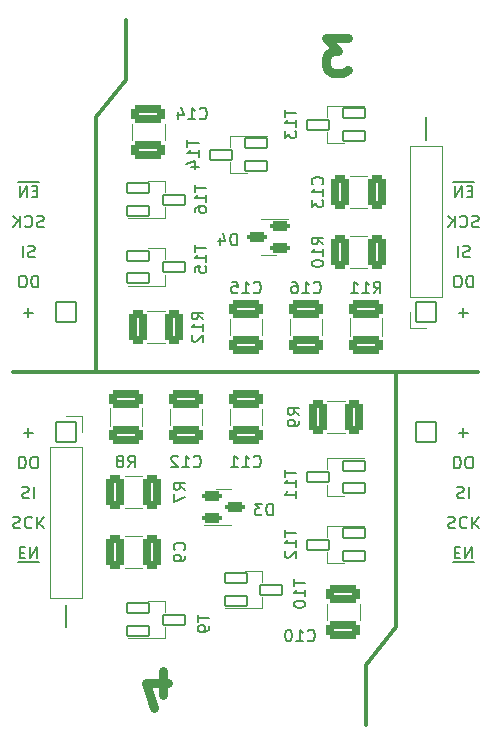
<source format=gbo>
G04 #@! TF.GenerationSoftware,KiCad,Pcbnew,7.0.3-24-g09febce4ce*
G04 #@! TF.CreationDate,2023-05-23T12:19:00+02:00*
G04 #@! TF.ProjectId,SPI2WS2812,53504932-5753-4323-9831-322e6b696361,rev?*
G04 #@! TF.SameCoordinates,Original*
G04 #@! TF.FileFunction,Legend,Bot*
G04 #@! TF.FilePolarity,Positive*
%FSLAX46Y46*%
G04 Gerber Fmt 4.6, Leading zero omitted, Abs format (unit mm)*
G04 Created by KiCad (PCBNEW 7.0.3-24-g09febce4ce) date 2023-05-23 12:19:00*
%MOMM*%
%LPD*%
G01*
G04 APERTURE LIST*
G04 Aperture macros list*
%AMRoundRect*
0 Rectangle with rounded corners*
0 $1 Rounding radius*
0 $2 $3 $4 $5 $6 $7 $8 $9 X,Y pos of 4 corners*
0 Add a 4 corners polygon primitive as box body*
4,1,4,$2,$3,$4,$5,$6,$7,$8,$9,$2,$3,0*
0 Add four circle primitives for the rounded corners*
1,1,$1+$1,$2,$3*
1,1,$1+$1,$4,$5*
1,1,$1+$1,$6,$7*
1,1,$1+$1,$8,$9*
0 Add four rect primitives between the rounded corners*
20,1,$1+$1,$2,$3,$4,$5,0*
20,1,$1+$1,$4,$5,$6,$7,0*
20,1,$1+$1,$6,$7,$8,$9,0*
20,1,$1+$1,$8,$9,$2,$3,0*%
G04 Aperture macros list end*
%ADD10C,0.300000*%
%ADD11C,0.150000*%
%ADD12C,0.750000*%
%ADD13C,0.120000*%
%ADD14RoundRect,0.100000X0.850000X0.850000X-0.850000X0.850000X-0.850000X-0.850000X0.850000X-0.850000X0*%
%ADD15O,1.900000X1.900000*%
%ADD16C,1.900000*%
%ADD17C,1.000000*%
%ADD18C,6.600000*%
%ADD19RoundRect,0.100000X-0.850000X-0.850000X0.850000X-0.850000X0.850000X0.850000X-0.850000X0.850000X0*%
%ADD20RoundRect,0.100000X-0.950000X-0.400000X0.950000X-0.400000X0.950000X0.400000X-0.950000X0.400000X0*%
%ADD21RoundRect,0.350000X-1.100000X0.412500X-1.100000X-0.412500X1.100000X-0.412500X1.100000X0.412500X0*%
%ADD22RoundRect,0.350000X-0.412500X-1.100000X0.412500X-1.100000X0.412500X1.100000X-0.412500X1.100000X0*%
%ADD23RoundRect,0.100000X0.950000X0.400000X-0.950000X0.400000X-0.950000X-0.400000X0.950000X-0.400000X0*%
%ADD24RoundRect,0.350000X1.100000X-0.412500X1.100000X0.412500X-1.100000X0.412500X-1.100000X-0.412500X0*%
%ADD25RoundRect,0.250000X-0.587500X-0.150000X0.587500X-0.150000X0.587500X0.150000X-0.587500X0.150000X0*%
%ADD26RoundRect,0.350000X-0.400000X-1.075000X0.400000X-1.075000X0.400000X1.075000X-0.400000X1.075000X0*%
%ADD27RoundRect,0.350000X0.412500X1.100000X-0.412500X1.100000X-0.412500X-1.100000X0.412500X-1.100000X0*%
%ADD28RoundRect,0.350000X-1.075000X0.400000X-1.075000X-0.400000X1.075000X-0.400000X1.075000X0.400000X0*%
%ADD29RoundRect,0.350000X1.075000X-0.400000X1.075000X0.400000X-1.075000X0.400000X-1.075000X-0.400000X0*%
%ADD30RoundRect,0.250000X0.587500X0.150000X-0.587500X0.150000X-0.587500X-0.150000X0.587500X-0.150000X0*%
%ADD31RoundRect,0.350000X0.400000X1.075000X-0.400000X1.075000X-0.400000X-1.075000X0.400000X-1.075000X0*%
G04 APERTURE END LIST*
D10*
X116840000Y-86360000D02*
X116840000Y-107950000D01*
X91440000Y-86360000D02*
X91440000Y-64770000D01*
X93980000Y-56515000D02*
X93980000Y-61595000D01*
X116840000Y-107950000D02*
X114300000Y-111125000D01*
X93980000Y-61595000D02*
X91440000Y-64770000D01*
D11*
X119380000Y-66675000D02*
X119380000Y-64770000D01*
X88900000Y-106045000D02*
X88900000Y-107950000D01*
D10*
X114300000Y-111125000D02*
X114300000Y-116205000D01*
X84455000Y-86360000D02*
X123825000Y-86360000D01*
D11*
X84439286Y-98652800D02*
X84582143Y-98605180D01*
X84582143Y-98605180D02*
X84820238Y-98605180D01*
X84820238Y-98605180D02*
X84915476Y-98652800D01*
X84915476Y-98652800D02*
X84963095Y-98700419D01*
X84963095Y-98700419D02*
X85010714Y-98795657D01*
X85010714Y-98795657D02*
X85010714Y-98890895D01*
X85010714Y-98890895D02*
X84963095Y-98986133D01*
X84963095Y-98986133D02*
X84915476Y-99033752D01*
X84915476Y-99033752D02*
X84820238Y-99081371D01*
X84820238Y-99081371D02*
X84629762Y-99128990D01*
X84629762Y-99128990D02*
X84534524Y-99176609D01*
X84534524Y-99176609D02*
X84486905Y-99224228D01*
X84486905Y-99224228D02*
X84439286Y-99319466D01*
X84439286Y-99319466D02*
X84439286Y-99414704D01*
X84439286Y-99414704D02*
X84486905Y-99509942D01*
X84486905Y-99509942D02*
X84534524Y-99557561D01*
X84534524Y-99557561D02*
X84629762Y-99605180D01*
X84629762Y-99605180D02*
X84867857Y-99605180D01*
X84867857Y-99605180D02*
X85010714Y-99557561D01*
X86010714Y-98700419D02*
X85963095Y-98652800D01*
X85963095Y-98652800D02*
X85820238Y-98605180D01*
X85820238Y-98605180D02*
X85725000Y-98605180D01*
X85725000Y-98605180D02*
X85582143Y-98652800D01*
X85582143Y-98652800D02*
X85486905Y-98748038D01*
X85486905Y-98748038D02*
X85439286Y-98843276D01*
X85439286Y-98843276D02*
X85391667Y-99033752D01*
X85391667Y-99033752D02*
X85391667Y-99176609D01*
X85391667Y-99176609D02*
X85439286Y-99367085D01*
X85439286Y-99367085D02*
X85486905Y-99462323D01*
X85486905Y-99462323D02*
X85582143Y-99557561D01*
X85582143Y-99557561D02*
X85725000Y-99605180D01*
X85725000Y-99605180D02*
X85820238Y-99605180D01*
X85820238Y-99605180D02*
X85963095Y-99557561D01*
X85963095Y-99557561D02*
X86010714Y-99509942D01*
X86439286Y-98605180D02*
X86439286Y-99605180D01*
X87010714Y-98605180D02*
X86582143Y-99176609D01*
X87010714Y-99605180D02*
X86439286Y-99033752D01*
X86510713Y-79194819D02*
X86510713Y-78194819D01*
X86510713Y-78194819D02*
X86272618Y-78194819D01*
X86272618Y-78194819D02*
X86129761Y-78242438D01*
X86129761Y-78242438D02*
X86034523Y-78337676D01*
X86034523Y-78337676D02*
X85986904Y-78432914D01*
X85986904Y-78432914D02*
X85939285Y-78623390D01*
X85939285Y-78623390D02*
X85939285Y-78766247D01*
X85939285Y-78766247D02*
X85986904Y-78956723D01*
X85986904Y-78956723D02*
X86034523Y-79051961D01*
X86034523Y-79051961D02*
X86129761Y-79147200D01*
X86129761Y-79147200D02*
X86272618Y-79194819D01*
X86272618Y-79194819D02*
X86510713Y-79194819D01*
X85320237Y-78194819D02*
X85129761Y-78194819D01*
X85129761Y-78194819D02*
X85034523Y-78242438D01*
X85034523Y-78242438D02*
X84939285Y-78337676D01*
X84939285Y-78337676D02*
X84891666Y-78528152D01*
X84891666Y-78528152D02*
X84891666Y-78861485D01*
X84891666Y-78861485D02*
X84939285Y-79051961D01*
X84939285Y-79051961D02*
X85034523Y-79147200D01*
X85034523Y-79147200D02*
X85129761Y-79194819D01*
X85129761Y-79194819D02*
X85320237Y-79194819D01*
X85320237Y-79194819D02*
X85415475Y-79147200D01*
X85415475Y-79147200D02*
X85510713Y-79051961D01*
X85510713Y-79051961D02*
X85558332Y-78861485D01*
X85558332Y-78861485D02*
X85558332Y-78528152D01*
X85558332Y-78528152D02*
X85510713Y-78337676D01*
X85510713Y-78337676D02*
X85415475Y-78242438D01*
X85415475Y-78242438D02*
X85320237Y-78194819D01*
X86463094Y-71051009D02*
X86129761Y-71051009D01*
X85986904Y-71574819D02*
X86463094Y-71574819D01*
X86463094Y-71574819D02*
X86463094Y-70574819D01*
X86463094Y-70574819D02*
X85986904Y-70574819D01*
X85558332Y-71574819D02*
X85558332Y-70574819D01*
X85558332Y-70574819D02*
X84986904Y-71574819D01*
X84986904Y-71574819D02*
X84986904Y-70574819D01*
X86601190Y-70297200D02*
X84848809Y-70297200D01*
X121269286Y-98652800D02*
X121412143Y-98605180D01*
X121412143Y-98605180D02*
X121650238Y-98605180D01*
X121650238Y-98605180D02*
X121745476Y-98652800D01*
X121745476Y-98652800D02*
X121793095Y-98700419D01*
X121793095Y-98700419D02*
X121840714Y-98795657D01*
X121840714Y-98795657D02*
X121840714Y-98890895D01*
X121840714Y-98890895D02*
X121793095Y-98986133D01*
X121793095Y-98986133D02*
X121745476Y-99033752D01*
X121745476Y-99033752D02*
X121650238Y-99081371D01*
X121650238Y-99081371D02*
X121459762Y-99128990D01*
X121459762Y-99128990D02*
X121364524Y-99176609D01*
X121364524Y-99176609D02*
X121316905Y-99224228D01*
X121316905Y-99224228D02*
X121269286Y-99319466D01*
X121269286Y-99319466D02*
X121269286Y-99414704D01*
X121269286Y-99414704D02*
X121316905Y-99509942D01*
X121316905Y-99509942D02*
X121364524Y-99557561D01*
X121364524Y-99557561D02*
X121459762Y-99605180D01*
X121459762Y-99605180D02*
X121697857Y-99605180D01*
X121697857Y-99605180D02*
X121840714Y-99557561D01*
X122840714Y-98700419D02*
X122793095Y-98652800D01*
X122793095Y-98652800D02*
X122650238Y-98605180D01*
X122650238Y-98605180D02*
X122555000Y-98605180D01*
X122555000Y-98605180D02*
X122412143Y-98652800D01*
X122412143Y-98652800D02*
X122316905Y-98748038D01*
X122316905Y-98748038D02*
X122269286Y-98843276D01*
X122269286Y-98843276D02*
X122221667Y-99033752D01*
X122221667Y-99033752D02*
X122221667Y-99176609D01*
X122221667Y-99176609D02*
X122269286Y-99367085D01*
X122269286Y-99367085D02*
X122316905Y-99462323D01*
X122316905Y-99462323D02*
X122412143Y-99557561D01*
X122412143Y-99557561D02*
X122555000Y-99605180D01*
X122555000Y-99605180D02*
X122650238Y-99605180D01*
X122650238Y-99605180D02*
X122793095Y-99557561D01*
X122793095Y-99557561D02*
X122840714Y-99509942D01*
X123269286Y-98605180D02*
X123269286Y-99605180D01*
X123840714Y-98605180D02*
X123412143Y-99176609D01*
X123840714Y-99605180D02*
X123269286Y-99033752D01*
X121816905Y-101668990D02*
X122150238Y-101668990D01*
X122293095Y-101145180D02*
X121816905Y-101145180D01*
X121816905Y-101145180D02*
X121816905Y-102145180D01*
X121816905Y-102145180D02*
X122293095Y-102145180D01*
X122721667Y-101145180D02*
X122721667Y-102145180D01*
X122721667Y-102145180D02*
X123293095Y-101145180D01*
X123293095Y-101145180D02*
X123293095Y-102145180D01*
X121678810Y-102422800D02*
X123431191Y-102422800D01*
D12*
X97091429Y-113681142D02*
X97091429Y-111681142D01*
X96377143Y-114824000D02*
X95662857Y-112681142D01*
X95662857Y-112681142D02*
X97520000Y-112681142D01*
D11*
X86105951Y-81353866D02*
X85344047Y-81353866D01*
X85724999Y-81734819D02*
X85724999Y-80972914D01*
D12*
X112759999Y-58038857D02*
X110902856Y-58038857D01*
X110902856Y-58038857D02*
X111902856Y-59181714D01*
X111902856Y-59181714D02*
X111474285Y-59181714D01*
X111474285Y-59181714D02*
X111188571Y-59324571D01*
X111188571Y-59324571D02*
X111045713Y-59467428D01*
X111045713Y-59467428D02*
X110902856Y-59753142D01*
X110902856Y-59753142D02*
X110902856Y-60467428D01*
X110902856Y-60467428D02*
X111045713Y-60753142D01*
X111045713Y-60753142D02*
X111188571Y-60896000D01*
X111188571Y-60896000D02*
X111474285Y-61038857D01*
X111474285Y-61038857D02*
X112331428Y-61038857D01*
X112331428Y-61038857D02*
X112617142Y-60896000D01*
X112617142Y-60896000D02*
X112759999Y-60753142D01*
D11*
X123840713Y-74067200D02*
X123697856Y-74114819D01*
X123697856Y-74114819D02*
X123459761Y-74114819D01*
X123459761Y-74114819D02*
X123364523Y-74067200D01*
X123364523Y-74067200D02*
X123316904Y-74019580D01*
X123316904Y-74019580D02*
X123269285Y-73924342D01*
X123269285Y-73924342D02*
X123269285Y-73829104D01*
X123269285Y-73829104D02*
X123316904Y-73733866D01*
X123316904Y-73733866D02*
X123364523Y-73686247D01*
X123364523Y-73686247D02*
X123459761Y-73638628D01*
X123459761Y-73638628D02*
X123650237Y-73591009D01*
X123650237Y-73591009D02*
X123745475Y-73543390D01*
X123745475Y-73543390D02*
X123793094Y-73495771D01*
X123793094Y-73495771D02*
X123840713Y-73400533D01*
X123840713Y-73400533D02*
X123840713Y-73305295D01*
X123840713Y-73305295D02*
X123793094Y-73210057D01*
X123793094Y-73210057D02*
X123745475Y-73162438D01*
X123745475Y-73162438D02*
X123650237Y-73114819D01*
X123650237Y-73114819D02*
X123412142Y-73114819D01*
X123412142Y-73114819D02*
X123269285Y-73162438D01*
X122269285Y-74019580D02*
X122316904Y-74067200D01*
X122316904Y-74067200D02*
X122459761Y-74114819D01*
X122459761Y-74114819D02*
X122554999Y-74114819D01*
X122554999Y-74114819D02*
X122697856Y-74067200D01*
X122697856Y-74067200D02*
X122793094Y-73971961D01*
X122793094Y-73971961D02*
X122840713Y-73876723D01*
X122840713Y-73876723D02*
X122888332Y-73686247D01*
X122888332Y-73686247D02*
X122888332Y-73543390D01*
X122888332Y-73543390D02*
X122840713Y-73352914D01*
X122840713Y-73352914D02*
X122793094Y-73257676D01*
X122793094Y-73257676D02*
X122697856Y-73162438D01*
X122697856Y-73162438D02*
X122554999Y-73114819D01*
X122554999Y-73114819D02*
X122459761Y-73114819D01*
X122459761Y-73114819D02*
X122316904Y-73162438D01*
X122316904Y-73162438D02*
X122269285Y-73210057D01*
X121840713Y-74114819D02*
X121840713Y-73114819D01*
X121269285Y-74114819D02*
X121697856Y-73543390D01*
X121269285Y-73114819D02*
X121840713Y-73686247D01*
X122935951Y-81353866D02*
X122174047Y-81353866D01*
X122554999Y-81734819D02*
X122554999Y-80972914D01*
X121769286Y-93525180D02*
X121769286Y-94525180D01*
X121769286Y-94525180D02*
X122007381Y-94525180D01*
X122007381Y-94525180D02*
X122150238Y-94477561D01*
X122150238Y-94477561D02*
X122245476Y-94382323D01*
X122245476Y-94382323D02*
X122293095Y-94287085D01*
X122293095Y-94287085D02*
X122340714Y-94096609D01*
X122340714Y-94096609D02*
X122340714Y-93953752D01*
X122340714Y-93953752D02*
X122293095Y-93763276D01*
X122293095Y-93763276D02*
X122245476Y-93668038D01*
X122245476Y-93668038D02*
X122150238Y-93572800D01*
X122150238Y-93572800D02*
X122007381Y-93525180D01*
X122007381Y-93525180D02*
X121769286Y-93525180D01*
X122959762Y-94525180D02*
X123150238Y-94525180D01*
X123150238Y-94525180D02*
X123245476Y-94477561D01*
X123245476Y-94477561D02*
X123340714Y-94382323D01*
X123340714Y-94382323D02*
X123388333Y-94191847D01*
X123388333Y-94191847D02*
X123388333Y-93858514D01*
X123388333Y-93858514D02*
X123340714Y-93668038D01*
X123340714Y-93668038D02*
X123245476Y-93572800D01*
X123245476Y-93572800D02*
X123150238Y-93525180D01*
X123150238Y-93525180D02*
X122959762Y-93525180D01*
X122959762Y-93525180D02*
X122864524Y-93572800D01*
X122864524Y-93572800D02*
X122769286Y-93668038D01*
X122769286Y-93668038D02*
X122721667Y-93858514D01*
X122721667Y-93858514D02*
X122721667Y-94191847D01*
X122721667Y-94191847D02*
X122769286Y-94382323D01*
X122769286Y-94382323D02*
X122864524Y-94477561D01*
X122864524Y-94477561D02*
X122959762Y-94525180D01*
X122935951Y-91513866D02*
X122174047Y-91513866D01*
X122554999Y-91894819D02*
X122554999Y-91132914D01*
X86105951Y-91513866D02*
X85344047Y-91513866D01*
X85724999Y-91894819D02*
X85724999Y-91132914D01*
X87010713Y-74067200D02*
X86867856Y-74114819D01*
X86867856Y-74114819D02*
X86629761Y-74114819D01*
X86629761Y-74114819D02*
X86534523Y-74067200D01*
X86534523Y-74067200D02*
X86486904Y-74019580D01*
X86486904Y-74019580D02*
X86439285Y-73924342D01*
X86439285Y-73924342D02*
X86439285Y-73829104D01*
X86439285Y-73829104D02*
X86486904Y-73733866D01*
X86486904Y-73733866D02*
X86534523Y-73686247D01*
X86534523Y-73686247D02*
X86629761Y-73638628D01*
X86629761Y-73638628D02*
X86820237Y-73591009D01*
X86820237Y-73591009D02*
X86915475Y-73543390D01*
X86915475Y-73543390D02*
X86963094Y-73495771D01*
X86963094Y-73495771D02*
X87010713Y-73400533D01*
X87010713Y-73400533D02*
X87010713Y-73305295D01*
X87010713Y-73305295D02*
X86963094Y-73210057D01*
X86963094Y-73210057D02*
X86915475Y-73162438D01*
X86915475Y-73162438D02*
X86820237Y-73114819D01*
X86820237Y-73114819D02*
X86582142Y-73114819D01*
X86582142Y-73114819D02*
X86439285Y-73162438D01*
X85439285Y-74019580D02*
X85486904Y-74067200D01*
X85486904Y-74067200D02*
X85629761Y-74114819D01*
X85629761Y-74114819D02*
X85724999Y-74114819D01*
X85724999Y-74114819D02*
X85867856Y-74067200D01*
X85867856Y-74067200D02*
X85963094Y-73971961D01*
X85963094Y-73971961D02*
X86010713Y-73876723D01*
X86010713Y-73876723D02*
X86058332Y-73686247D01*
X86058332Y-73686247D02*
X86058332Y-73543390D01*
X86058332Y-73543390D02*
X86010713Y-73352914D01*
X86010713Y-73352914D02*
X85963094Y-73257676D01*
X85963094Y-73257676D02*
X85867856Y-73162438D01*
X85867856Y-73162438D02*
X85724999Y-73114819D01*
X85724999Y-73114819D02*
X85629761Y-73114819D01*
X85629761Y-73114819D02*
X85486904Y-73162438D01*
X85486904Y-73162438D02*
X85439285Y-73210057D01*
X85010713Y-74114819D02*
X85010713Y-73114819D01*
X84439285Y-74114819D02*
X84867856Y-73543390D01*
X84439285Y-73114819D02*
X85010713Y-73686247D01*
X85201191Y-96112800D02*
X85344048Y-96065180D01*
X85344048Y-96065180D02*
X85582143Y-96065180D01*
X85582143Y-96065180D02*
X85677381Y-96112800D01*
X85677381Y-96112800D02*
X85725000Y-96160419D01*
X85725000Y-96160419D02*
X85772619Y-96255657D01*
X85772619Y-96255657D02*
X85772619Y-96350895D01*
X85772619Y-96350895D02*
X85725000Y-96446133D01*
X85725000Y-96446133D02*
X85677381Y-96493752D01*
X85677381Y-96493752D02*
X85582143Y-96541371D01*
X85582143Y-96541371D02*
X85391667Y-96588990D01*
X85391667Y-96588990D02*
X85296429Y-96636609D01*
X85296429Y-96636609D02*
X85248810Y-96684228D01*
X85248810Y-96684228D02*
X85201191Y-96779466D01*
X85201191Y-96779466D02*
X85201191Y-96874704D01*
X85201191Y-96874704D02*
X85248810Y-96969942D01*
X85248810Y-96969942D02*
X85296429Y-97017561D01*
X85296429Y-97017561D02*
X85391667Y-97065180D01*
X85391667Y-97065180D02*
X85629762Y-97065180D01*
X85629762Y-97065180D02*
X85772619Y-97017561D01*
X86201191Y-96065180D02*
X86201191Y-97065180D01*
X84986905Y-101668990D02*
X85320238Y-101668990D01*
X85463095Y-101145180D02*
X84986905Y-101145180D01*
X84986905Y-101145180D02*
X84986905Y-102145180D01*
X84986905Y-102145180D02*
X85463095Y-102145180D01*
X85891667Y-101145180D02*
X85891667Y-102145180D01*
X85891667Y-102145180D02*
X86463095Y-101145180D01*
X86463095Y-101145180D02*
X86463095Y-102145180D01*
X84848810Y-102422800D02*
X86601191Y-102422800D01*
X123293094Y-71051009D02*
X122959761Y-71051009D01*
X122816904Y-71574819D02*
X123293094Y-71574819D01*
X123293094Y-71574819D02*
X123293094Y-70574819D01*
X123293094Y-70574819D02*
X122816904Y-70574819D01*
X122388332Y-71574819D02*
X122388332Y-70574819D01*
X122388332Y-70574819D02*
X121816904Y-71574819D01*
X121816904Y-71574819D02*
X121816904Y-70574819D01*
X123431190Y-70297200D02*
X121678809Y-70297200D01*
X86248808Y-76607200D02*
X86105951Y-76654819D01*
X86105951Y-76654819D02*
X85867856Y-76654819D01*
X85867856Y-76654819D02*
X85772618Y-76607200D01*
X85772618Y-76607200D02*
X85724999Y-76559580D01*
X85724999Y-76559580D02*
X85677380Y-76464342D01*
X85677380Y-76464342D02*
X85677380Y-76369104D01*
X85677380Y-76369104D02*
X85724999Y-76273866D01*
X85724999Y-76273866D02*
X85772618Y-76226247D01*
X85772618Y-76226247D02*
X85867856Y-76178628D01*
X85867856Y-76178628D02*
X86058332Y-76131009D01*
X86058332Y-76131009D02*
X86153570Y-76083390D01*
X86153570Y-76083390D02*
X86201189Y-76035771D01*
X86201189Y-76035771D02*
X86248808Y-75940533D01*
X86248808Y-75940533D02*
X86248808Y-75845295D01*
X86248808Y-75845295D02*
X86201189Y-75750057D01*
X86201189Y-75750057D02*
X86153570Y-75702438D01*
X86153570Y-75702438D02*
X86058332Y-75654819D01*
X86058332Y-75654819D02*
X85820237Y-75654819D01*
X85820237Y-75654819D02*
X85677380Y-75702438D01*
X85248808Y-76654819D02*
X85248808Y-75654819D01*
X123340713Y-79194819D02*
X123340713Y-78194819D01*
X123340713Y-78194819D02*
X123102618Y-78194819D01*
X123102618Y-78194819D02*
X122959761Y-78242438D01*
X122959761Y-78242438D02*
X122864523Y-78337676D01*
X122864523Y-78337676D02*
X122816904Y-78432914D01*
X122816904Y-78432914D02*
X122769285Y-78623390D01*
X122769285Y-78623390D02*
X122769285Y-78766247D01*
X122769285Y-78766247D02*
X122816904Y-78956723D01*
X122816904Y-78956723D02*
X122864523Y-79051961D01*
X122864523Y-79051961D02*
X122959761Y-79147200D01*
X122959761Y-79147200D02*
X123102618Y-79194819D01*
X123102618Y-79194819D02*
X123340713Y-79194819D01*
X122150237Y-78194819D02*
X121959761Y-78194819D01*
X121959761Y-78194819D02*
X121864523Y-78242438D01*
X121864523Y-78242438D02*
X121769285Y-78337676D01*
X121769285Y-78337676D02*
X121721666Y-78528152D01*
X121721666Y-78528152D02*
X121721666Y-78861485D01*
X121721666Y-78861485D02*
X121769285Y-79051961D01*
X121769285Y-79051961D02*
X121864523Y-79147200D01*
X121864523Y-79147200D02*
X121959761Y-79194819D01*
X121959761Y-79194819D02*
X122150237Y-79194819D01*
X122150237Y-79194819D02*
X122245475Y-79147200D01*
X122245475Y-79147200D02*
X122340713Y-79051961D01*
X122340713Y-79051961D02*
X122388332Y-78861485D01*
X122388332Y-78861485D02*
X122388332Y-78528152D01*
X122388332Y-78528152D02*
X122340713Y-78337676D01*
X122340713Y-78337676D02*
X122245475Y-78242438D01*
X122245475Y-78242438D02*
X122150237Y-78194819D01*
X122031191Y-96112800D02*
X122174048Y-96065180D01*
X122174048Y-96065180D02*
X122412143Y-96065180D01*
X122412143Y-96065180D02*
X122507381Y-96112800D01*
X122507381Y-96112800D02*
X122555000Y-96160419D01*
X122555000Y-96160419D02*
X122602619Y-96255657D01*
X122602619Y-96255657D02*
X122602619Y-96350895D01*
X122602619Y-96350895D02*
X122555000Y-96446133D01*
X122555000Y-96446133D02*
X122507381Y-96493752D01*
X122507381Y-96493752D02*
X122412143Y-96541371D01*
X122412143Y-96541371D02*
X122221667Y-96588990D01*
X122221667Y-96588990D02*
X122126429Y-96636609D01*
X122126429Y-96636609D02*
X122078810Y-96684228D01*
X122078810Y-96684228D02*
X122031191Y-96779466D01*
X122031191Y-96779466D02*
X122031191Y-96874704D01*
X122031191Y-96874704D02*
X122078810Y-96969942D01*
X122078810Y-96969942D02*
X122126429Y-97017561D01*
X122126429Y-97017561D02*
X122221667Y-97065180D01*
X122221667Y-97065180D02*
X122459762Y-97065180D01*
X122459762Y-97065180D02*
X122602619Y-97017561D01*
X123031191Y-96065180D02*
X123031191Y-97065180D01*
X123078808Y-76607200D02*
X122935951Y-76654819D01*
X122935951Y-76654819D02*
X122697856Y-76654819D01*
X122697856Y-76654819D02*
X122602618Y-76607200D01*
X122602618Y-76607200D02*
X122554999Y-76559580D01*
X122554999Y-76559580D02*
X122507380Y-76464342D01*
X122507380Y-76464342D02*
X122507380Y-76369104D01*
X122507380Y-76369104D02*
X122554999Y-76273866D01*
X122554999Y-76273866D02*
X122602618Y-76226247D01*
X122602618Y-76226247D02*
X122697856Y-76178628D01*
X122697856Y-76178628D02*
X122888332Y-76131009D01*
X122888332Y-76131009D02*
X122983570Y-76083390D01*
X122983570Y-76083390D02*
X123031189Y-76035771D01*
X123031189Y-76035771D02*
X123078808Y-75940533D01*
X123078808Y-75940533D02*
X123078808Y-75845295D01*
X123078808Y-75845295D02*
X123031189Y-75750057D01*
X123031189Y-75750057D02*
X122983570Y-75702438D01*
X122983570Y-75702438D02*
X122888332Y-75654819D01*
X122888332Y-75654819D02*
X122650237Y-75654819D01*
X122650237Y-75654819D02*
X122507380Y-75702438D01*
X122078808Y-76654819D02*
X122078808Y-75654819D01*
X84939286Y-93525180D02*
X84939286Y-94525180D01*
X84939286Y-94525180D02*
X85177381Y-94525180D01*
X85177381Y-94525180D02*
X85320238Y-94477561D01*
X85320238Y-94477561D02*
X85415476Y-94382323D01*
X85415476Y-94382323D02*
X85463095Y-94287085D01*
X85463095Y-94287085D02*
X85510714Y-94096609D01*
X85510714Y-94096609D02*
X85510714Y-93953752D01*
X85510714Y-93953752D02*
X85463095Y-93763276D01*
X85463095Y-93763276D02*
X85415476Y-93668038D01*
X85415476Y-93668038D02*
X85320238Y-93572800D01*
X85320238Y-93572800D02*
X85177381Y-93525180D01*
X85177381Y-93525180D02*
X84939286Y-93525180D01*
X86129762Y-94525180D02*
X86320238Y-94525180D01*
X86320238Y-94525180D02*
X86415476Y-94477561D01*
X86415476Y-94477561D02*
X86510714Y-94382323D01*
X86510714Y-94382323D02*
X86558333Y-94191847D01*
X86558333Y-94191847D02*
X86558333Y-93858514D01*
X86558333Y-93858514D02*
X86510714Y-93668038D01*
X86510714Y-93668038D02*
X86415476Y-93572800D01*
X86415476Y-93572800D02*
X86320238Y-93525180D01*
X86320238Y-93525180D02*
X86129762Y-93525180D01*
X86129762Y-93525180D02*
X86034524Y-93572800D01*
X86034524Y-93572800D02*
X85939286Y-93668038D01*
X85939286Y-93668038D02*
X85891667Y-93858514D01*
X85891667Y-93858514D02*
X85891667Y-94191847D01*
X85891667Y-94191847D02*
X85939286Y-94382323D01*
X85939286Y-94382323D02*
X86034524Y-94477561D01*
X86034524Y-94477561D02*
X86129762Y-94525180D01*
X108166819Y-103917905D02*
X108166819Y-104489333D01*
X109166819Y-104203619D02*
X108166819Y-104203619D01*
X109166819Y-105346476D02*
X109166819Y-104775048D01*
X109166819Y-105060762D02*
X108166819Y-105060762D01*
X108166819Y-105060762D02*
X108309676Y-104965524D01*
X108309676Y-104965524D02*
X108404914Y-104870286D01*
X108404914Y-104870286D02*
X108452533Y-104775048D01*
X108166819Y-105965524D02*
X108166819Y-106060762D01*
X108166819Y-106060762D02*
X108214438Y-106156000D01*
X108214438Y-106156000D02*
X108262057Y-106203619D01*
X108262057Y-106203619D02*
X108357295Y-106251238D01*
X108357295Y-106251238D02*
X108547771Y-106298857D01*
X108547771Y-106298857D02*
X108785866Y-106298857D01*
X108785866Y-106298857D02*
X108976342Y-106251238D01*
X108976342Y-106251238D02*
X109071580Y-106203619D01*
X109071580Y-106203619D02*
X109119200Y-106156000D01*
X109119200Y-106156000D02*
X109166819Y-106060762D01*
X109166819Y-106060762D02*
X109166819Y-105965524D01*
X109166819Y-105965524D02*
X109119200Y-105870286D01*
X109119200Y-105870286D02*
X109071580Y-105822667D01*
X109071580Y-105822667D02*
X108976342Y-105775048D01*
X108976342Y-105775048D02*
X108785866Y-105727429D01*
X108785866Y-105727429D02*
X108547771Y-105727429D01*
X108547771Y-105727429D02*
X108357295Y-105775048D01*
X108357295Y-105775048D02*
X108262057Y-105822667D01*
X108262057Y-105822667D02*
X108214438Y-105870286D01*
X108214438Y-105870286D02*
X108166819Y-105965524D01*
X99702857Y-94339580D02*
X99750476Y-94387200D01*
X99750476Y-94387200D02*
X99893333Y-94434819D01*
X99893333Y-94434819D02*
X99988571Y-94434819D01*
X99988571Y-94434819D02*
X100131428Y-94387200D01*
X100131428Y-94387200D02*
X100226666Y-94291961D01*
X100226666Y-94291961D02*
X100274285Y-94196723D01*
X100274285Y-94196723D02*
X100321904Y-94006247D01*
X100321904Y-94006247D02*
X100321904Y-93863390D01*
X100321904Y-93863390D02*
X100274285Y-93672914D01*
X100274285Y-93672914D02*
X100226666Y-93577676D01*
X100226666Y-93577676D02*
X100131428Y-93482438D01*
X100131428Y-93482438D02*
X99988571Y-93434819D01*
X99988571Y-93434819D02*
X99893333Y-93434819D01*
X99893333Y-93434819D02*
X99750476Y-93482438D01*
X99750476Y-93482438D02*
X99702857Y-93530057D01*
X98750476Y-94434819D02*
X99321904Y-94434819D01*
X99036190Y-94434819D02*
X99036190Y-93434819D01*
X99036190Y-93434819D02*
X99131428Y-93577676D01*
X99131428Y-93577676D02*
X99226666Y-93672914D01*
X99226666Y-93672914D02*
X99321904Y-93720533D01*
X98369523Y-93530057D02*
X98321904Y-93482438D01*
X98321904Y-93482438D02*
X98226666Y-93434819D01*
X98226666Y-93434819D02*
X97988571Y-93434819D01*
X97988571Y-93434819D02*
X97893333Y-93482438D01*
X97893333Y-93482438D02*
X97845714Y-93530057D01*
X97845714Y-93530057D02*
X97798095Y-93625295D01*
X97798095Y-93625295D02*
X97798095Y-93720533D01*
X97798095Y-93720533D02*
X97845714Y-93863390D01*
X97845714Y-93863390D02*
X98417142Y-94434819D01*
X98417142Y-94434819D02*
X97798095Y-94434819D01*
X98911580Y-101433335D02*
X98959200Y-101385716D01*
X98959200Y-101385716D02*
X99006819Y-101242859D01*
X99006819Y-101242859D02*
X99006819Y-101147621D01*
X99006819Y-101147621D02*
X98959200Y-101004764D01*
X98959200Y-101004764D02*
X98863961Y-100909526D01*
X98863961Y-100909526D02*
X98768723Y-100861907D01*
X98768723Y-100861907D02*
X98578247Y-100814288D01*
X98578247Y-100814288D02*
X98435390Y-100814288D01*
X98435390Y-100814288D02*
X98244914Y-100861907D01*
X98244914Y-100861907D02*
X98149676Y-100909526D01*
X98149676Y-100909526D02*
X98054438Y-101004764D01*
X98054438Y-101004764D02*
X98006819Y-101147621D01*
X98006819Y-101147621D02*
X98006819Y-101242859D01*
X98006819Y-101242859D02*
X98054438Y-101385716D01*
X98054438Y-101385716D02*
X98102057Y-101433335D01*
X99006819Y-101909526D02*
X99006819Y-102100002D01*
X99006819Y-102100002D02*
X98959200Y-102195240D01*
X98959200Y-102195240D02*
X98911580Y-102242859D01*
X98911580Y-102242859D02*
X98768723Y-102338097D01*
X98768723Y-102338097D02*
X98578247Y-102385716D01*
X98578247Y-102385716D02*
X98197295Y-102385716D01*
X98197295Y-102385716D02*
X98102057Y-102338097D01*
X98102057Y-102338097D02*
X98054438Y-102290478D01*
X98054438Y-102290478D02*
X98006819Y-102195240D01*
X98006819Y-102195240D02*
X98006819Y-102004764D01*
X98006819Y-102004764D02*
X98054438Y-101909526D01*
X98054438Y-101909526D02*
X98102057Y-101861907D01*
X98102057Y-101861907D02*
X98197295Y-101814288D01*
X98197295Y-101814288D02*
X98435390Y-101814288D01*
X98435390Y-101814288D02*
X98530628Y-101861907D01*
X98530628Y-101861907D02*
X98578247Y-101909526D01*
X98578247Y-101909526D02*
X98625866Y-102004764D01*
X98625866Y-102004764D02*
X98625866Y-102195240D01*
X98625866Y-102195240D02*
X98578247Y-102290478D01*
X98578247Y-102290478D02*
X98530628Y-102338097D01*
X98530628Y-102338097D02*
X98435390Y-102385716D01*
X107404819Y-64166905D02*
X107404819Y-64738333D01*
X108404819Y-64452619D02*
X107404819Y-64452619D01*
X108404819Y-65595476D02*
X108404819Y-65024048D01*
X108404819Y-65309762D02*
X107404819Y-65309762D01*
X107404819Y-65309762D02*
X107547676Y-65214524D01*
X107547676Y-65214524D02*
X107642914Y-65119286D01*
X107642914Y-65119286D02*
X107690533Y-65024048D01*
X107404819Y-65928810D02*
X107404819Y-66547857D01*
X107404819Y-66547857D02*
X107785771Y-66214524D01*
X107785771Y-66214524D02*
X107785771Y-66357381D01*
X107785771Y-66357381D02*
X107833390Y-66452619D01*
X107833390Y-66452619D02*
X107881009Y-66500238D01*
X107881009Y-66500238D02*
X107976247Y-66547857D01*
X107976247Y-66547857D02*
X108214342Y-66547857D01*
X108214342Y-66547857D02*
X108309580Y-66500238D01*
X108309580Y-66500238D02*
X108357200Y-66452619D01*
X108357200Y-66452619D02*
X108404819Y-66357381D01*
X108404819Y-66357381D02*
X108404819Y-66071667D01*
X108404819Y-66071667D02*
X108357200Y-65976429D01*
X108357200Y-65976429D02*
X108309580Y-65928810D01*
X99784820Y-70516904D02*
X99784820Y-71088332D01*
X100784820Y-70802618D02*
X99784820Y-70802618D01*
X100784820Y-71945475D02*
X100784820Y-71374047D01*
X100784820Y-71659761D02*
X99784820Y-71659761D01*
X99784820Y-71659761D02*
X99927677Y-71564523D01*
X99927677Y-71564523D02*
X100022915Y-71469285D01*
X100022915Y-71469285D02*
X100070534Y-71374047D01*
X99784820Y-72802618D02*
X99784820Y-72612142D01*
X99784820Y-72612142D02*
X99832439Y-72516904D01*
X99832439Y-72516904D02*
X99880058Y-72469285D01*
X99880058Y-72469285D02*
X100022915Y-72374047D01*
X100022915Y-72374047D02*
X100213391Y-72326428D01*
X100213391Y-72326428D02*
X100594343Y-72326428D01*
X100594343Y-72326428D02*
X100689581Y-72374047D01*
X100689581Y-72374047D02*
X100737201Y-72421666D01*
X100737201Y-72421666D02*
X100784820Y-72516904D01*
X100784820Y-72516904D02*
X100784820Y-72707380D01*
X100784820Y-72707380D02*
X100737201Y-72802618D01*
X100737201Y-72802618D02*
X100689581Y-72850237D01*
X100689581Y-72850237D02*
X100594343Y-72897856D01*
X100594343Y-72897856D02*
X100356248Y-72897856D01*
X100356248Y-72897856D02*
X100261010Y-72850237D01*
X100261010Y-72850237D02*
X100213391Y-72802618D01*
X100213391Y-72802618D02*
X100165772Y-72707380D01*
X100165772Y-72707380D02*
X100165772Y-72516904D01*
X100165772Y-72516904D02*
X100213391Y-72421666D01*
X100213391Y-72421666D02*
X100261010Y-72374047D01*
X100261010Y-72374047D02*
X100356248Y-72326428D01*
X109862858Y-79607580D02*
X109910477Y-79655200D01*
X109910477Y-79655200D02*
X110053334Y-79702819D01*
X110053334Y-79702819D02*
X110148572Y-79702819D01*
X110148572Y-79702819D02*
X110291429Y-79655200D01*
X110291429Y-79655200D02*
X110386667Y-79559961D01*
X110386667Y-79559961D02*
X110434286Y-79464723D01*
X110434286Y-79464723D02*
X110481905Y-79274247D01*
X110481905Y-79274247D02*
X110481905Y-79131390D01*
X110481905Y-79131390D02*
X110434286Y-78940914D01*
X110434286Y-78940914D02*
X110386667Y-78845676D01*
X110386667Y-78845676D02*
X110291429Y-78750438D01*
X110291429Y-78750438D02*
X110148572Y-78702819D01*
X110148572Y-78702819D02*
X110053334Y-78702819D01*
X110053334Y-78702819D02*
X109910477Y-78750438D01*
X109910477Y-78750438D02*
X109862858Y-78798057D01*
X108910477Y-79702819D02*
X109481905Y-79702819D01*
X109196191Y-79702819D02*
X109196191Y-78702819D01*
X109196191Y-78702819D02*
X109291429Y-78845676D01*
X109291429Y-78845676D02*
X109386667Y-78940914D01*
X109386667Y-78940914D02*
X109481905Y-78988533D01*
X108053334Y-78702819D02*
X108243810Y-78702819D01*
X108243810Y-78702819D02*
X108339048Y-78750438D01*
X108339048Y-78750438D02*
X108386667Y-78798057D01*
X108386667Y-78798057D02*
X108481905Y-78940914D01*
X108481905Y-78940914D02*
X108529524Y-79131390D01*
X108529524Y-79131390D02*
X108529524Y-79512342D01*
X108529524Y-79512342D02*
X108481905Y-79607580D01*
X108481905Y-79607580D02*
X108434286Y-79655200D01*
X108434286Y-79655200D02*
X108339048Y-79702819D01*
X108339048Y-79702819D02*
X108148572Y-79702819D01*
X108148572Y-79702819D02*
X108053334Y-79655200D01*
X108053334Y-79655200D02*
X108005715Y-79607580D01*
X108005715Y-79607580D02*
X107958096Y-79512342D01*
X107958096Y-79512342D02*
X107958096Y-79274247D01*
X107958096Y-79274247D02*
X108005715Y-79179009D01*
X108005715Y-79179009D02*
X108053334Y-79131390D01*
X108053334Y-79131390D02*
X108148572Y-79083771D01*
X108148572Y-79083771D02*
X108339048Y-79083771D01*
X108339048Y-79083771D02*
X108434286Y-79131390D01*
X108434286Y-79131390D02*
X108481905Y-79179009D01*
X108481905Y-79179009D02*
X108529524Y-79274247D01*
X109354857Y-109071580D02*
X109402476Y-109119200D01*
X109402476Y-109119200D02*
X109545333Y-109166819D01*
X109545333Y-109166819D02*
X109640571Y-109166819D01*
X109640571Y-109166819D02*
X109783428Y-109119200D01*
X109783428Y-109119200D02*
X109878666Y-109023961D01*
X109878666Y-109023961D02*
X109926285Y-108928723D01*
X109926285Y-108928723D02*
X109973904Y-108738247D01*
X109973904Y-108738247D02*
X109973904Y-108595390D01*
X109973904Y-108595390D02*
X109926285Y-108404914D01*
X109926285Y-108404914D02*
X109878666Y-108309676D01*
X109878666Y-108309676D02*
X109783428Y-108214438D01*
X109783428Y-108214438D02*
X109640571Y-108166819D01*
X109640571Y-108166819D02*
X109545333Y-108166819D01*
X109545333Y-108166819D02*
X109402476Y-108214438D01*
X109402476Y-108214438D02*
X109354857Y-108262057D01*
X108402476Y-109166819D02*
X108973904Y-109166819D01*
X108688190Y-109166819D02*
X108688190Y-108166819D01*
X108688190Y-108166819D02*
X108783428Y-108309676D01*
X108783428Y-108309676D02*
X108878666Y-108404914D01*
X108878666Y-108404914D02*
X108973904Y-108452533D01*
X107783428Y-108166819D02*
X107688190Y-108166819D01*
X107688190Y-108166819D02*
X107592952Y-108214438D01*
X107592952Y-108214438D02*
X107545333Y-108262057D01*
X107545333Y-108262057D02*
X107497714Y-108357295D01*
X107497714Y-108357295D02*
X107450095Y-108547771D01*
X107450095Y-108547771D02*
X107450095Y-108785866D01*
X107450095Y-108785866D02*
X107497714Y-108976342D01*
X107497714Y-108976342D02*
X107545333Y-109071580D01*
X107545333Y-109071580D02*
X107592952Y-109119200D01*
X107592952Y-109119200D02*
X107688190Y-109166819D01*
X107688190Y-109166819D02*
X107783428Y-109166819D01*
X107783428Y-109166819D02*
X107878666Y-109119200D01*
X107878666Y-109119200D02*
X107926285Y-109071580D01*
X107926285Y-109071580D02*
X107973904Y-108976342D01*
X107973904Y-108976342D02*
X108021523Y-108785866D01*
X108021523Y-108785866D02*
X108021523Y-108547771D01*
X108021523Y-108547771D02*
X107973904Y-108357295D01*
X107973904Y-108357295D02*
X107926285Y-108262057D01*
X107926285Y-108262057D02*
X107878666Y-108214438D01*
X107878666Y-108214438D02*
X107783428Y-108166819D01*
X100210857Y-64875580D02*
X100258476Y-64923200D01*
X100258476Y-64923200D02*
X100401333Y-64970819D01*
X100401333Y-64970819D02*
X100496571Y-64970819D01*
X100496571Y-64970819D02*
X100639428Y-64923200D01*
X100639428Y-64923200D02*
X100734666Y-64827961D01*
X100734666Y-64827961D02*
X100782285Y-64732723D01*
X100782285Y-64732723D02*
X100829904Y-64542247D01*
X100829904Y-64542247D02*
X100829904Y-64399390D01*
X100829904Y-64399390D02*
X100782285Y-64208914D01*
X100782285Y-64208914D02*
X100734666Y-64113676D01*
X100734666Y-64113676D02*
X100639428Y-64018438D01*
X100639428Y-64018438D02*
X100496571Y-63970819D01*
X100496571Y-63970819D02*
X100401333Y-63970819D01*
X100401333Y-63970819D02*
X100258476Y-64018438D01*
X100258476Y-64018438D02*
X100210857Y-64066057D01*
X99258476Y-64970819D02*
X99829904Y-64970819D01*
X99544190Y-64970819D02*
X99544190Y-63970819D01*
X99544190Y-63970819D02*
X99639428Y-64113676D01*
X99639428Y-64113676D02*
X99734666Y-64208914D01*
X99734666Y-64208914D02*
X99829904Y-64256533D01*
X98401333Y-64304152D02*
X98401333Y-64970819D01*
X98639428Y-63923200D02*
X98877523Y-64637485D01*
X98877523Y-64637485D02*
X98258476Y-64637485D01*
X107404824Y-99726906D02*
X107404824Y-100298334D01*
X108404824Y-100012620D02*
X107404824Y-100012620D01*
X108404824Y-101155477D02*
X108404824Y-100584049D01*
X108404824Y-100869763D02*
X107404824Y-100869763D01*
X107404824Y-100869763D02*
X107547681Y-100774525D01*
X107547681Y-100774525D02*
X107642919Y-100679287D01*
X107642919Y-100679287D02*
X107690538Y-100584049D01*
X107500062Y-101536430D02*
X107452443Y-101584049D01*
X107452443Y-101584049D02*
X107404824Y-101679287D01*
X107404824Y-101679287D02*
X107404824Y-101917382D01*
X107404824Y-101917382D02*
X107452443Y-102012620D01*
X107452443Y-102012620D02*
X107500062Y-102060239D01*
X107500062Y-102060239D02*
X107595300Y-102107858D01*
X107595300Y-102107858D02*
X107690538Y-102107858D01*
X107690538Y-102107858D02*
X107833395Y-102060239D01*
X107833395Y-102060239D02*
X108404824Y-101488811D01*
X108404824Y-101488811D02*
X108404824Y-102107858D01*
X106402094Y-98498819D02*
X106402094Y-97498819D01*
X106402094Y-97498819D02*
X106163999Y-97498819D01*
X106163999Y-97498819D02*
X106021142Y-97546438D01*
X106021142Y-97546438D02*
X105925904Y-97641676D01*
X105925904Y-97641676D02*
X105878285Y-97736914D01*
X105878285Y-97736914D02*
X105830666Y-97927390D01*
X105830666Y-97927390D02*
X105830666Y-98070247D01*
X105830666Y-98070247D02*
X105878285Y-98260723D01*
X105878285Y-98260723D02*
X105925904Y-98355961D01*
X105925904Y-98355961D02*
X106021142Y-98451200D01*
X106021142Y-98451200D02*
X106163999Y-98498819D01*
X106163999Y-98498819D02*
X106402094Y-98498819D01*
X105497332Y-97498819D02*
X104878285Y-97498819D01*
X104878285Y-97498819D02*
X105211618Y-97879771D01*
X105211618Y-97879771D02*
X105068761Y-97879771D01*
X105068761Y-97879771D02*
X104973523Y-97927390D01*
X104973523Y-97927390D02*
X104925904Y-97975009D01*
X104925904Y-97975009D02*
X104878285Y-98070247D01*
X104878285Y-98070247D02*
X104878285Y-98308342D01*
X104878285Y-98308342D02*
X104925904Y-98403580D01*
X104925904Y-98403580D02*
X104973523Y-98451200D01*
X104973523Y-98451200D02*
X105068761Y-98498819D01*
X105068761Y-98498819D02*
X105354475Y-98498819D01*
X105354475Y-98498819D02*
X105449713Y-98451200D01*
X105449713Y-98451200D02*
X105497332Y-98403580D01*
X108658819Y-90003333D02*
X108182628Y-89670000D01*
X108658819Y-89431905D02*
X107658819Y-89431905D01*
X107658819Y-89431905D02*
X107658819Y-89812857D01*
X107658819Y-89812857D02*
X107706438Y-89908095D01*
X107706438Y-89908095D02*
X107754057Y-89955714D01*
X107754057Y-89955714D02*
X107849295Y-90003333D01*
X107849295Y-90003333D02*
X107992152Y-90003333D01*
X107992152Y-90003333D02*
X108087390Y-89955714D01*
X108087390Y-89955714D02*
X108135009Y-89908095D01*
X108135009Y-89908095D02*
X108182628Y-89812857D01*
X108182628Y-89812857D02*
X108182628Y-89431905D01*
X108658819Y-90479524D02*
X108658819Y-90670000D01*
X108658819Y-90670000D02*
X108611200Y-90765238D01*
X108611200Y-90765238D02*
X108563580Y-90812857D01*
X108563580Y-90812857D02*
X108420723Y-90908095D01*
X108420723Y-90908095D02*
X108230247Y-90955714D01*
X108230247Y-90955714D02*
X107849295Y-90955714D01*
X107849295Y-90955714D02*
X107754057Y-90908095D01*
X107754057Y-90908095D02*
X107706438Y-90860476D01*
X107706438Y-90860476D02*
X107658819Y-90765238D01*
X107658819Y-90765238D02*
X107658819Y-90574762D01*
X107658819Y-90574762D02*
X107706438Y-90479524D01*
X107706438Y-90479524D02*
X107754057Y-90431905D01*
X107754057Y-90431905D02*
X107849295Y-90384286D01*
X107849295Y-90384286D02*
X108087390Y-90384286D01*
X108087390Y-90384286D02*
X108182628Y-90431905D01*
X108182628Y-90431905D02*
X108230247Y-90479524D01*
X108230247Y-90479524D02*
X108277866Y-90574762D01*
X108277866Y-90574762D02*
X108277866Y-90765238D01*
X108277866Y-90765238D02*
X108230247Y-90860476D01*
X108230247Y-90860476D02*
X108182628Y-90908095D01*
X108182628Y-90908095D02*
X108087390Y-90955714D01*
X110595580Y-70477142D02*
X110643200Y-70429523D01*
X110643200Y-70429523D02*
X110690819Y-70286666D01*
X110690819Y-70286666D02*
X110690819Y-70191428D01*
X110690819Y-70191428D02*
X110643200Y-70048571D01*
X110643200Y-70048571D02*
X110547961Y-69953333D01*
X110547961Y-69953333D02*
X110452723Y-69905714D01*
X110452723Y-69905714D02*
X110262247Y-69858095D01*
X110262247Y-69858095D02*
X110119390Y-69858095D01*
X110119390Y-69858095D02*
X109928914Y-69905714D01*
X109928914Y-69905714D02*
X109833676Y-69953333D01*
X109833676Y-69953333D02*
X109738438Y-70048571D01*
X109738438Y-70048571D02*
X109690819Y-70191428D01*
X109690819Y-70191428D02*
X109690819Y-70286666D01*
X109690819Y-70286666D02*
X109738438Y-70429523D01*
X109738438Y-70429523D02*
X109786057Y-70477142D01*
X110690819Y-71429523D02*
X110690819Y-70858095D01*
X110690819Y-71143809D02*
X109690819Y-71143809D01*
X109690819Y-71143809D02*
X109833676Y-71048571D01*
X109833676Y-71048571D02*
X109928914Y-70953333D01*
X109928914Y-70953333D02*
X109976533Y-70858095D01*
X109690819Y-71762857D02*
X109690819Y-72381904D01*
X109690819Y-72381904D02*
X110071771Y-72048571D01*
X110071771Y-72048571D02*
X110071771Y-72191428D01*
X110071771Y-72191428D02*
X110119390Y-72286666D01*
X110119390Y-72286666D02*
X110167009Y-72334285D01*
X110167009Y-72334285D02*
X110262247Y-72381904D01*
X110262247Y-72381904D02*
X110500342Y-72381904D01*
X110500342Y-72381904D02*
X110595580Y-72334285D01*
X110595580Y-72334285D02*
X110643200Y-72286666D01*
X110643200Y-72286666D02*
X110690819Y-72191428D01*
X110690819Y-72191428D02*
X110690819Y-71905714D01*
X110690819Y-71905714D02*
X110643200Y-71810476D01*
X110643200Y-71810476D02*
X110595580Y-71762857D01*
X114942857Y-79702819D02*
X115276190Y-79226628D01*
X115514285Y-79702819D02*
X115514285Y-78702819D01*
X115514285Y-78702819D02*
X115133333Y-78702819D01*
X115133333Y-78702819D02*
X115038095Y-78750438D01*
X115038095Y-78750438D02*
X114990476Y-78798057D01*
X114990476Y-78798057D02*
X114942857Y-78893295D01*
X114942857Y-78893295D02*
X114942857Y-79036152D01*
X114942857Y-79036152D02*
X114990476Y-79131390D01*
X114990476Y-79131390D02*
X115038095Y-79179009D01*
X115038095Y-79179009D02*
X115133333Y-79226628D01*
X115133333Y-79226628D02*
X115514285Y-79226628D01*
X113990476Y-79702819D02*
X114561904Y-79702819D01*
X114276190Y-79702819D02*
X114276190Y-78702819D01*
X114276190Y-78702819D02*
X114371428Y-78845676D01*
X114371428Y-78845676D02*
X114466666Y-78940914D01*
X114466666Y-78940914D02*
X114561904Y-78988533D01*
X113038095Y-79702819D02*
X113609523Y-79702819D01*
X113323809Y-79702819D02*
X113323809Y-78702819D01*
X113323809Y-78702819D02*
X113419047Y-78845676D01*
X113419047Y-78845676D02*
X113514285Y-78940914D01*
X113514285Y-78940914D02*
X113609523Y-78988533D01*
X104782856Y-94339580D02*
X104830475Y-94387200D01*
X104830475Y-94387200D02*
X104973332Y-94434819D01*
X104973332Y-94434819D02*
X105068570Y-94434819D01*
X105068570Y-94434819D02*
X105211427Y-94387200D01*
X105211427Y-94387200D02*
X105306665Y-94291961D01*
X105306665Y-94291961D02*
X105354284Y-94196723D01*
X105354284Y-94196723D02*
X105401903Y-94006247D01*
X105401903Y-94006247D02*
X105401903Y-93863390D01*
X105401903Y-93863390D02*
X105354284Y-93672914D01*
X105354284Y-93672914D02*
X105306665Y-93577676D01*
X105306665Y-93577676D02*
X105211427Y-93482438D01*
X105211427Y-93482438D02*
X105068570Y-93434819D01*
X105068570Y-93434819D02*
X104973332Y-93434819D01*
X104973332Y-93434819D02*
X104830475Y-93482438D01*
X104830475Y-93482438D02*
X104782856Y-93530057D01*
X103830475Y-94434819D02*
X104401903Y-94434819D01*
X104116189Y-94434819D02*
X104116189Y-93434819D01*
X104116189Y-93434819D02*
X104211427Y-93577676D01*
X104211427Y-93577676D02*
X104306665Y-93672914D01*
X104306665Y-93672914D02*
X104401903Y-93720533D01*
X102878094Y-94434819D02*
X103449522Y-94434819D01*
X103163808Y-94434819D02*
X103163808Y-93434819D01*
X103163808Y-93434819D02*
X103259046Y-93577676D01*
X103259046Y-93577676D02*
X103354284Y-93672914D01*
X103354284Y-93672914D02*
X103449522Y-93720533D01*
X94146666Y-94434819D02*
X94479999Y-93958628D01*
X94718094Y-94434819D02*
X94718094Y-93434819D01*
X94718094Y-93434819D02*
X94337142Y-93434819D01*
X94337142Y-93434819D02*
X94241904Y-93482438D01*
X94241904Y-93482438D02*
X94194285Y-93530057D01*
X94194285Y-93530057D02*
X94146666Y-93625295D01*
X94146666Y-93625295D02*
X94146666Y-93768152D01*
X94146666Y-93768152D02*
X94194285Y-93863390D01*
X94194285Y-93863390D02*
X94241904Y-93911009D01*
X94241904Y-93911009D02*
X94337142Y-93958628D01*
X94337142Y-93958628D02*
X94718094Y-93958628D01*
X93575237Y-93863390D02*
X93670475Y-93815771D01*
X93670475Y-93815771D02*
X93718094Y-93768152D01*
X93718094Y-93768152D02*
X93765713Y-93672914D01*
X93765713Y-93672914D02*
X93765713Y-93625295D01*
X93765713Y-93625295D02*
X93718094Y-93530057D01*
X93718094Y-93530057D02*
X93670475Y-93482438D01*
X93670475Y-93482438D02*
X93575237Y-93434819D01*
X93575237Y-93434819D02*
X93384761Y-93434819D01*
X93384761Y-93434819D02*
X93289523Y-93482438D01*
X93289523Y-93482438D02*
X93241904Y-93530057D01*
X93241904Y-93530057D02*
X93194285Y-93625295D01*
X93194285Y-93625295D02*
X93194285Y-93672914D01*
X93194285Y-93672914D02*
X93241904Y-93768152D01*
X93241904Y-93768152D02*
X93289523Y-93815771D01*
X93289523Y-93815771D02*
X93384761Y-93863390D01*
X93384761Y-93863390D02*
X93575237Y-93863390D01*
X93575237Y-93863390D02*
X93670475Y-93911009D01*
X93670475Y-93911009D02*
X93718094Y-93958628D01*
X93718094Y-93958628D02*
X93765713Y-94053866D01*
X93765713Y-94053866D02*
X93765713Y-94244342D01*
X93765713Y-94244342D02*
X93718094Y-94339580D01*
X93718094Y-94339580D02*
X93670475Y-94387200D01*
X93670475Y-94387200D02*
X93575237Y-94434819D01*
X93575237Y-94434819D02*
X93384761Y-94434819D01*
X93384761Y-94434819D02*
X93289523Y-94387200D01*
X93289523Y-94387200D02*
X93241904Y-94339580D01*
X93241904Y-94339580D02*
X93194285Y-94244342D01*
X93194285Y-94244342D02*
X93194285Y-94053866D01*
X93194285Y-94053866D02*
X93241904Y-93958628D01*
X93241904Y-93958628D02*
X93289523Y-93911009D01*
X93289523Y-93911009D02*
X93384761Y-93863390D01*
X103354094Y-75638819D02*
X103354094Y-74638819D01*
X103354094Y-74638819D02*
X103115999Y-74638819D01*
X103115999Y-74638819D02*
X102973142Y-74686438D01*
X102973142Y-74686438D02*
X102877904Y-74781676D01*
X102877904Y-74781676D02*
X102830285Y-74876914D01*
X102830285Y-74876914D02*
X102782666Y-75067390D01*
X102782666Y-75067390D02*
X102782666Y-75210247D01*
X102782666Y-75210247D02*
X102830285Y-75400723D01*
X102830285Y-75400723D02*
X102877904Y-75495961D01*
X102877904Y-75495961D02*
X102973142Y-75591200D01*
X102973142Y-75591200D02*
X103115999Y-75638819D01*
X103115999Y-75638819D02*
X103354094Y-75638819D01*
X101925523Y-74972152D02*
X101925523Y-75638819D01*
X102163618Y-74591200D02*
X102401713Y-75305485D01*
X102401713Y-75305485D02*
X101782666Y-75305485D01*
X99006819Y-96353334D02*
X98530628Y-96020001D01*
X99006819Y-95781906D02*
X98006819Y-95781906D01*
X98006819Y-95781906D02*
X98006819Y-96162858D01*
X98006819Y-96162858D02*
X98054438Y-96258096D01*
X98054438Y-96258096D02*
X98102057Y-96305715D01*
X98102057Y-96305715D02*
X98197295Y-96353334D01*
X98197295Y-96353334D02*
X98340152Y-96353334D01*
X98340152Y-96353334D02*
X98435390Y-96305715D01*
X98435390Y-96305715D02*
X98483009Y-96258096D01*
X98483009Y-96258096D02*
X98530628Y-96162858D01*
X98530628Y-96162858D02*
X98530628Y-95781906D01*
X98006819Y-96686668D02*
X98006819Y-97353334D01*
X98006819Y-97353334D02*
X99006819Y-96924763D01*
X110690819Y-75557141D02*
X110214628Y-75223808D01*
X110690819Y-74985713D02*
X109690819Y-74985713D01*
X109690819Y-74985713D02*
X109690819Y-75366665D01*
X109690819Y-75366665D02*
X109738438Y-75461903D01*
X109738438Y-75461903D02*
X109786057Y-75509522D01*
X109786057Y-75509522D02*
X109881295Y-75557141D01*
X109881295Y-75557141D02*
X110024152Y-75557141D01*
X110024152Y-75557141D02*
X110119390Y-75509522D01*
X110119390Y-75509522D02*
X110167009Y-75461903D01*
X110167009Y-75461903D02*
X110214628Y-75366665D01*
X110214628Y-75366665D02*
X110214628Y-74985713D01*
X110690819Y-76509522D02*
X110690819Y-75938094D01*
X110690819Y-76223808D02*
X109690819Y-76223808D01*
X109690819Y-76223808D02*
X109833676Y-76128570D01*
X109833676Y-76128570D02*
X109928914Y-76033332D01*
X109928914Y-76033332D02*
X109976533Y-75938094D01*
X109690819Y-77128570D02*
X109690819Y-77223808D01*
X109690819Y-77223808D02*
X109738438Y-77319046D01*
X109738438Y-77319046D02*
X109786057Y-77366665D01*
X109786057Y-77366665D02*
X109881295Y-77414284D01*
X109881295Y-77414284D02*
X110071771Y-77461903D01*
X110071771Y-77461903D02*
X110309866Y-77461903D01*
X110309866Y-77461903D02*
X110500342Y-77414284D01*
X110500342Y-77414284D02*
X110595580Y-77366665D01*
X110595580Y-77366665D02*
X110643200Y-77319046D01*
X110643200Y-77319046D02*
X110690819Y-77223808D01*
X110690819Y-77223808D02*
X110690819Y-77128570D01*
X110690819Y-77128570D02*
X110643200Y-77033332D01*
X110643200Y-77033332D02*
X110595580Y-76985713D01*
X110595580Y-76985713D02*
X110500342Y-76938094D01*
X110500342Y-76938094D02*
X110309866Y-76890475D01*
X110309866Y-76890475D02*
X110071771Y-76890475D01*
X110071771Y-76890475D02*
X109881295Y-76938094D01*
X109881295Y-76938094D02*
X109786057Y-76985713D01*
X109786057Y-76985713D02*
X109738438Y-77033332D01*
X109738438Y-77033332D02*
X109690819Y-77128570D01*
X100038819Y-106934095D02*
X100038819Y-107505523D01*
X101038819Y-107219809D02*
X100038819Y-107219809D01*
X101038819Y-107886476D02*
X101038819Y-108076952D01*
X101038819Y-108076952D02*
X100991200Y-108172190D01*
X100991200Y-108172190D02*
X100943580Y-108219809D01*
X100943580Y-108219809D02*
X100800723Y-108315047D01*
X100800723Y-108315047D02*
X100610247Y-108362666D01*
X100610247Y-108362666D02*
X100229295Y-108362666D01*
X100229295Y-108362666D02*
X100134057Y-108315047D01*
X100134057Y-108315047D02*
X100086438Y-108267428D01*
X100086438Y-108267428D02*
X100038819Y-108172190D01*
X100038819Y-108172190D02*
X100038819Y-107981714D01*
X100038819Y-107981714D02*
X100086438Y-107886476D01*
X100086438Y-107886476D02*
X100134057Y-107838857D01*
X100134057Y-107838857D02*
X100229295Y-107791238D01*
X100229295Y-107791238D02*
X100467390Y-107791238D01*
X100467390Y-107791238D02*
X100562628Y-107838857D01*
X100562628Y-107838857D02*
X100610247Y-107886476D01*
X100610247Y-107886476D02*
X100657866Y-107981714D01*
X100657866Y-107981714D02*
X100657866Y-108172190D01*
X100657866Y-108172190D02*
X100610247Y-108267428D01*
X100610247Y-108267428D02*
X100562628Y-108315047D01*
X100562628Y-108315047D02*
X100467390Y-108362666D01*
X99784820Y-75596904D02*
X99784820Y-76168332D01*
X100784820Y-75882618D02*
X99784820Y-75882618D01*
X100784820Y-77025475D02*
X100784820Y-76454047D01*
X100784820Y-76739761D02*
X99784820Y-76739761D01*
X99784820Y-76739761D02*
X99927677Y-76644523D01*
X99927677Y-76644523D02*
X100022915Y-76549285D01*
X100022915Y-76549285D02*
X100070534Y-76454047D01*
X99784820Y-77930237D02*
X99784820Y-77454047D01*
X99784820Y-77454047D02*
X100261010Y-77406428D01*
X100261010Y-77406428D02*
X100213391Y-77454047D01*
X100213391Y-77454047D02*
X100165772Y-77549285D01*
X100165772Y-77549285D02*
X100165772Y-77787380D01*
X100165772Y-77787380D02*
X100213391Y-77882618D01*
X100213391Y-77882618D02*
X100261010Y-77930237D01*
X100261010Y-77930237D02*
X100356248Y-77977856D01*
X100356248Y-77977856D02*
X100594343Y-77977856D01*
X100594343Y-77977856D02*
X100689581Y-77930237D01*
X100689581Y-77930237D02*
X100737201Y-77882618D01*
X100737201Y-77882618D02*
X100784820Y-77787380D01*
X100784820Y-77787380D02*
X100784820Y-77549285D01*
X100784820Y-77549285D02*
X100737201Y-77454047D01*
X100737201Y-77454047D02*
X100689581Y-77406428D01*
X107404820Y-94646904D02*
X107404820Y-95218332D01*
X108404820Y-94932618D02*
X107404820Y-94932618D01*
X108404820Y-96075475D02*
X108404820Y-95504047D01*
X108404820Y-95789761D02*
X107404820Y-95789761D01*
X107404820Y-95789761D02*
X107547677Y-95694523D01*
X107547677Y-95694523D02*
X107642915Y-95599285D01*
X107642915Y-95599285D02*
X107690534Y-95504047D01*
X108404820Y-97027856D02*
X108404820Y-96456428D01*
X108404820Y-96742142D02*
X107404820Y-96742142D01*
X107404820Y-96742142D02*
X107547677Y-96646904D01*
X107547677Y-96646904D02*
X107642915Y-96551666D01*
X107642915Y-96551666D02*
X107690534Y-96456428D01*
X104782857Y-79607580D02*
X104830476Y-79655200D01*
X104830476Y-79655200D02*
X104973333Y-79702819D01*
X104973333Y-79702819D02*
X105068571Y-79702819D01*
X105068571Y-79702819D02*
X105211428Y-79655200D01*
X105211428Y-79655200D02*
X105306666Y-79559961D01*
X105306666Y-79559961D02*
X105354285Y-79464723D01*
X105354285Y-79464723D02*
X105401904Y-79274247D01*
X105401904Y-79274247D02*
X105401904Y-79131390D01*
X105401904Y-79131390D02*
X105354285Y-78940914D01*
X105354285Y-78940914D02*
X105306666Y-78845676D01*
X105306666Y-78845676D02*
X105211428Y-78750438D01*
X105211428Y-78750438D02*
X105068571Y-78702819D01*
X105068571Y-78702819D02*
X104973333Y-78702819D01*
X104973333Y-78702819D02*
X104830476Y-78750438D01*
X104830476Y-78750438D02*
X104782857Y-78798057D01*
X103830476Y-79702819D02*
X104401904Y-79702819D01*
X104116190Y-79702819D02*
X104116190Y-78702819D01*
X104116190Y-78702819D02*
X104211428Y-78845676D01*
X104211428Y-78845676D02*
X104306666Y-78940914D01*
X104306666Y-78940914D02*
X104401904Y-78988533D01*
X102925714Y-78702819D02*
X103401904Y-78702819D01*
X103401904Y-78702819D02*
X103449523Y-79179009D01*
X103449523Y-79179009D02*
X103401904Y-79131390D01*
X103401904Y-79131390D02*
X103306666Y-79083771D01*
X103306666Y-79083771D02*
X103068571Y-79083771D01*
X103068571Y-79083771D02*
X102973333Y-79131390D01*
X102973333Y-79131390D02*
X102925714Y-79179009D01*
X102925714Y-79179009D02*
X102878095Y-79274247D01*
X102878095Y-79274247D02*
X102878095Y-79512342D01*
X102878095Y-79512342D02*
X102925714Y-79607580D01*
X102925714Y-79607580D02*
X102973333Y-79655200D01*
X102973333Y-79655200D02*
X103068571Y-79702819D01*
X103068571Y-79702819D02*
X103306666Y-79702819D01*
X103306666Y-79702819D02*
X103401904Y-79655200D01*
X103401904Y-79655200D02*
X103449523Y-79607580D01*
X100530819Y-81907142D02*
X100054628Y-81573809D01*
X100530819Y-81335714D02*
X99530819Y-81335714D01*
X99530819Y-81335714D02*
X99530819Y-81716666D01*
X99530819Y-81716666D02*
X99578438Y-81811904D01*
X99578438Y-81811904D02*
X99626057Y-81859523D01*
X99626057Y-81859523D02*
X99721295Y-81907142D01*
X99721295Y-81907142D02*
X99864152Y-81907142D01*
X99864152Y-81907142D02*
X99959390Y-81859523D01*
X99959390Y-81859523D02*
X100007009Y-81811904D01*
X100007009Y-81811904D02*
X100054628Y-81716666D01*
X100054628Y-81716666D02*
X100054628Y-81335714D01*
X100530819Y-82859523D02*
X100530819Y-82288095D01*
X100530819Y-82573809D02*
X99530819Y-82573809D01*
X99530819Y-82573809D02*
X99673676Y-82478571D01*
X99673676Y-82478571D02*
X99768914Y-82383333D01*
X99768914Y-82383333D02*
X99816533Y-82288095D01*
X99626057Y-83240476D02*
X99578438Y-83288095D01*
X99578438Y-83288095D02*
X99530819Y-83383333D01*
X99530819Y-83383333D02*
X99530819Y-83621428D01*
X99530819Y-83621428D02*
X99578438Y-83716666D01*
X99578438Y-83716666D02*
X99626057Y-83764285D01*
X99626057Y-83764285D02*
X99721295Y-83811904D01*
X99721295Y-83811904D02*
X99816533Y-83811904D01*
X99816533Y-83811904D02*
X99959390Y-83764285D01*
X99959390Y-83764285D02*
X100530819Y-83192857D01*
X100530819Y-83192857D02*
X100530819Y-83811904D01*
X99149820Y-66706904D02*
X99149820Y-67278332D01*
X100149820Y-66992618D02*
X99149820Y-66992618D01*
X100149820Y-68135475D02*
X100149820Y-67564047D01*
X100149820Y-67849761D02*
X99149820Y-67849761D01*
X99149820Y-67849761D02*
X99292677Y-67754523D01*
X99292677Y-67754523D02*
X99387915Y-67659285D01*
X99387915Y-67659285D02*
X99435534Y-67564047D01*
X99483153Y-68992618D02*
X100149820Y-68992618D01*
X99102201Y-68754523D02*
X99816486Y-68516428D01*
X99816486Y-68516428D02*
X99816486Y-69135475D01*
D13*
X105535000Y-103195001D02*
X104075000Y-103195001D01*
X105535000Y-103195001D02*
X105535000Y-104125001D01*
X105535000Y-106355001D02*
X102375000Y-106355001D01*
X105535000Y-106355001D02*
X105535000Y-105425001D01*
X100420001Y-89458752D02*
X100420001Y-90881256D01*
X97700001Y-89458752D02*
X97700001Y-90881256D01*
X93903752Y-100240002D02*
X95326256Y-100240002D01*
X93903752Y-102960002D02*
X95326256Y-102960002D01*
X111000000Y-66985000D02*
X112460000Y-66985000D01*
X111000000Y-66985000D02*
X111000000Y-66055000D01*
X111000000Y-63825000D02*
X114160000Y-63825000D01*
X111000000Y-63825000D02*
X111000000Y-64755000D01*
X90230000Y-105470000D02*
X87570000Y-105470000D01*
X90230000Y-92710000D02*
X90230000Y-105470000D01*
X90230000Y-92710000D02*
X87570000Y-92710000D01*
X90230000Y-91440000D02*
X90230000Y-90110000D01*
X90230000Y-90110000D02*
X88900000Y-90110000D01*
X87570000Y-92710000D02*
X87570000Y-105470000D01*
X97280001Y-70174999D02*
X95820001Y-70174999D01*
X97280001Y-70174999D02*
X97280001Y-71104999D01*
X97280001Y-73334999D02*
X94120001Y-73334999D01*
X97280001Y-73334999D02*
X97280001Y-72404999D01*
X107860001Y-83261253D02*
X107860001Y-81838749D01*
X110580001Y-83261253D02*
X110580001Y-81838749D01*
X111035001Y-107391252D02*
X111035001Y-105968748D01*
X113755001Y-107391252D02*
X113755001Y-105968748D01*
X97245001Y-65328749D02*
X97245001Y-66751253D01*
X94525001Y-65328749D02*
X94525001Y-66751253D01*
X111000005Y-102545001D02*
X112460005Y-102545001D01*
X111000005Y-102545001D02*
X111000005Y-101615001D01*
X111000005Y-99385001D02*
X114160005Y-99385001D01*
X111000005Y-99385001D02*
X111000005Y-100315001D01*
X102235001Y-96230003D02*
X101585001Y-96230003D01*
X102235001Y-96230003D02*
X102885001Y-96230003D01*
X102235001Y-99350003D02*
X100560001Y-99350003D01*
X102235001Y-99350003D02*
X102885001Y-99350003D01*
X111036265Y-88815000D02*
X112483739Y-88815000D01*
X111036265Y-91525000D02*
X112483739Y-91525000D01*
X114376253Y-72480001D02*
X112953749Y-72480001D01*
X114376253Y-69760001D02*
X112953749Y-69760001D01*
X115655000Y-81826263D02*
X115655000Y-83273737D01*
X112945000Y-81826263D02*
X112945000Y-83273737D01*
X105499999Y-89458749D02*
X105499999Y-90881253D01*
X102779999Y-89458749D02*
X102779999Y-90881253D01*
X118050000Y-67250000D02*
X120710000Y-67250000D01*
X118050000Y-80010000D02*
X118050000Y-67250000D01*
X118050000Y-80010000D02*
X120710000Y-80010000D01*
X118050000Y-81280000D02*
X118050000Y-82610000D01*
X118050000Y-82610000D02*
X119380000Y-82610000D01*
X120710000Y-80010000D02*
X120710000Y-67250000D01*
X92625000Y-90893737D02*
X92625000Y-89446263D01*
X95335000Y-90893737D02*
X95335000Y-89446263D01*
X106044999Y-76489999D02*
X106694999Y-76489999D01*
X106044999Y-76489999D02*
X105394999Y-76489999D01*
X106044999Y-73369999D02*
X107719999Y-73369999D01*
X106044999Y-73369999D02*
X105394999Y-73369999D01*
X93891265Y-95165001D02*
X95338739Y-95165001D01*
X93891265Y-97875001D02*
X95338739Y-97875001D01*
X114388736Y-77554999D02*
X112941262Y-77554999D01*
X114388736Y-74844999D02*
X112941262Y-74844999D01*
X97280000Y-105735000D02*
X95820000Y-105735000D01*
X97280000Y-105735000D02*
X97280000Y-106665000D01*
X97280000Y-108895000D02*
X94120000Y-108895000D01*
X97280000Y-108895000D02*
X97280000Y-107965000D01*
X97280001Y-75889999D02*
X95820001Y-75889999D01*
X97280001Y-75889999D02*
X97280001Y-76819999D01*
X97280001Y-79049999D02*
X94120001Y-79049999D01*
X97280001Y-79049999D02*
X97280001Y-78119999D01*
X111000001Y-96829999D02*
X112460001Y-96829999D01*
X111000001Y-96829999D02*
X111000001Y-95899999D01*
X111000001Y-93669999D02*
X114160001Y-93669999D01*
X111000001Y-93669999D02*
X111000001Y-94599999D01*
X102780000Y-83261252D02*
X102780000Y-81838748D01*
X105500000Y-83261252D02*
X105500000Y-81838748D01*
X97243737Y-83905001D02*
X95796263Y-83905001D01*
X97243737Y-81195001D02*
X95796263Y-81195001D01*
X102745001Y-69524999D02*
X104205001Y-69524999D01*
X102745001Y-69524999D02*
X102745001Y-68594999D01*
X102745001Y-66364999D02*
X105905001Y-66364999D01*
X102745001Y-66364999D02*
X102745001Y-67294999D01*
%LPC*%
D14*
X88900000Y-81280000D03*
D15*
X88900000Y-78740000D03*
X88900000Y-76200000D03*
X88900000Y-73660000D03*
X88900000Y-71120000D03*
D16*
X88900000Y-68580000D03*
D17*
X119380000Y-114160000D03*
X117682944Y-113457056D03*
X121077056Y-113457056D03*
X116980000Y-111760000D03*
D18*
X119380000Y-111760000D03*
D17*
X121780000Y-111760000D03*
X117682944Y-110062944D03*
X121077056Y-110062944D03*
X119380000Y-109360000D03*
X88900000Y-114160000D03*
X87202944Y-113457056D03*
X90597056Y-113457056D03*
X86500000Y-111760000D03*
D18*
X88900000Y-111760000D03*
D17*
X91300000Y-111760000D03*
X87202944Y-110062944D03*
X90597056Y-110062944D03*
X88900000Y-109360000D03*
X88900000Y-63360000D03*
X87202944Y-62657056D03*
X90597056Y-62657056D03*
X86500000Y-60960000D03*
D18*
X88900000Y-60960000D03*
D17*
X91300000Y-60960000D03*
X87202944Y-59262944D03*
X90597056Y-59262944D03*
X88900000Y-58560000D03*
X119380000Y-63360000D03*
X117682944Y-62657056D03*
X121077056Y-62657056D03*
X116980000Y-60960000D03*
D18*
X119380000Y-60960000D03*
D17*
X121780000Y-60960000D03*
X117682944Y-59262944D03*
X121077056Y-59262944D03*
X119380000Y-58560000D03*
D19*
X119380000Y-91440000D03*
D15*
X119380000Y-93980000D03*
X119380000Y-96520000D03*
X119380000Y-99060000D03*
X119380000Y-101600000D03*
D16*
X119380000Y-104140000D03*
D20*
X103275000Y-105725001D03*
X103275000Y-103825001D03*
X106275000Y-104775001D03*
D21*
X99060001Y-88607504D03*
X99060001Y-91732504D03*
D22*
X93052504Y-101600002D03*
X96177504Y-101600002D03*
D23*
X113260000Y-64455000D03*
X113260000Y-66355000D03*
X110260000Y-65405000D03*
D14*
X88900000Y-91440000D03*
D15*
X88900000Y-93980000D03*
X88900000Y-96520000D03*
X88900000Y-99060000D03*
X88900000Y-101600000D03*
D16*
X88900000Y-104140000D03*
D20*
X95020001Y-72704999D03*
X95020001Y-70804999D03*
X98020001Y-71754999D03*
D24*
X109220001Y-84112501D03*
X109220001Y-80987501D03*
X112395001Y-108242500D03*
X112395001Y-105117500D03*
D21*
X95885001Y-64477501D03*
X95885001Y-67602501D03*
D23*
X113260005Y-100015001D03*
X113260005Y-101915001D03*
X110260005Y-100965001D03*
D25*
X101297501Y-98740003D03*
X101297501Y-96840003D03*
X103172501Y-97790003D03*
D26*
X110210002Y-90170000D03*
X113310002Y-90170000D03*
D27*
X115227501Y-71120001D03*
X112102501Y-71120001D03*
D28*
X114300000Y-81000000D03*
X114300000Y-84100000D03*
D21*
X104139999Y-88607501D03*
X104139999Y-91732501D03*
D19*
X119380000Y-81280000D03*
D15*
X119380000Y-78740000D03*
X119380000Y-76200000D03*
X119380000Y-73660000D03*
X119380000Y-71120000D03*
D16*
X119380000Y-68580000D03*
D29*
X93980000Y-91720000D03*
X93980000Y-88620000D03*
D30*
X106982499Y-73979999D03*
X106982499Y-75879999D03*
X105107499Y-74929999D03*
D26*
X93065002Y-96520001D03*
X96165002Y-96520001D03*
D31*
X115214999Y-76199999D03*
X112114999Y-76199999D03*
D20*
X95020000Y-108265000D03*
X95020000Y-106365000D03*
X98020000Y-107315000D03*
X95020001Y-78419999D03*
X95020001Y-76519999D03*
X98020001Y-77469999D03*
D23*
X113260001Y-94299999D03*
X113260001Y-96199999D03*
X110260001Y-95249999D03*
D24*
X104140000Y-84112500D03*
X104140000Y-80987500D03*
D31*
X98070000Y-82550001D03*
X94970000Y-82550001D03*
D23*
X105005001Y-66994999D03*
X105005001Y-68894999D03*
X102005001Y-67944999D03*
%LPD*%
M02*

</source>
